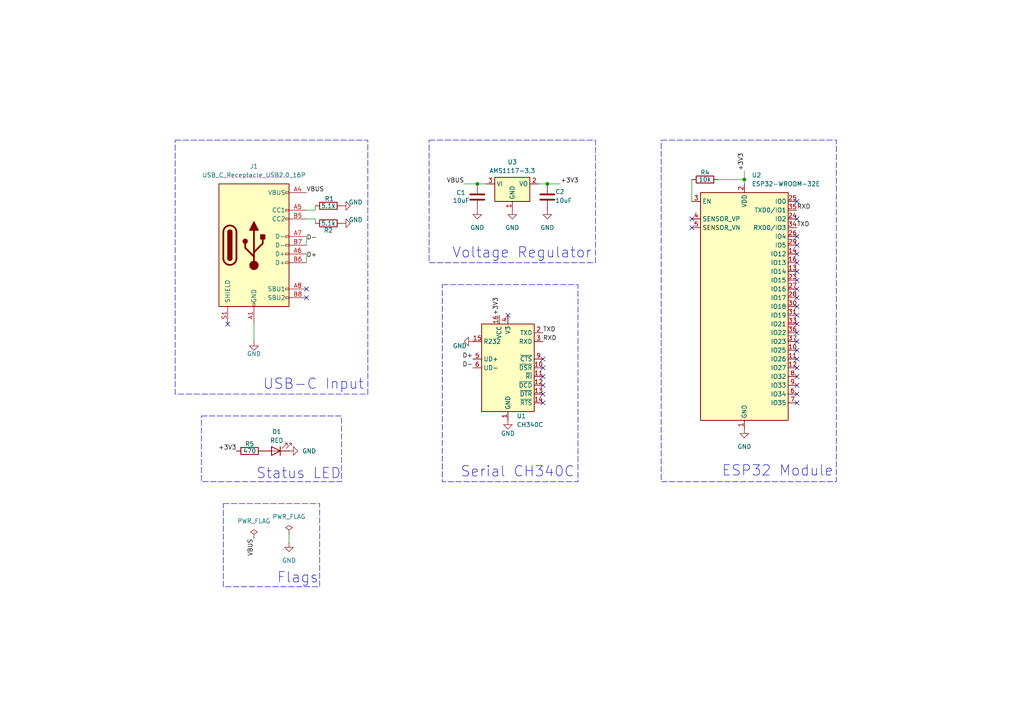
<source format=kicad_sch>
(kicad_sch (version 20250114) (generator "eeschema") (generator_version "9.0")
  (paper "A4")
  (title_block (title "USB to Serial Converter ") (date "2025-07-28") (rev "1.0") (company "Mauro Ferreira") (comment 1 "ESP32 + CH340C USB-UART ") (comment 2 "Regulated from USB-C to 3.3V with AMS1117 "))
  (lib_symbols
    (symbol "Connector:USB_C_Receptacle_USB2.0_16P" (pin_names (offset 1.016))
      (property "Reference" "J" (at 0 22.225 0))
      (property "Value" "USB_C_Receptacle_USB2.0_16P" (at 0 19.685 0))
      (symbol "USB_C_Receptacle_USB2.0_16P_0_0"
        (rectangle (start -0.254 -17.78) (end 0.254 -16.764))
        (rectangle (start 10.16 15.494) (end 9.144 14.986))
        (rectangle (start 10.16 10.414) (end 9.144 9.906))
        (rectangle (start 10.16 7.874) (end 9.144 7.366))
        (rectangle (start 10.16 2.794) (end 9.144 2.286))
        (rectangle (start 10.16 0.254) (end 9.144 -0.254))
        (rectangle (start 10.16 -2.286) (end 9.144 -2.794))
        (rectangle (start 10.16 -4.826) (end 9.144 -5.334))
        (rectangle (start 10.16 -12.446) (end 9.144 -12.954))
        (rectangle (start 10.16 -14.986) (end 9.144 -15.494))
      )
      (symbol "USB_C_Receptacle_USB2.0_16P_0_1"
        (rectangle (start -10.16 17.78) (end 10.16 -17.78) (stroke (width 0.254)) (fill (type background)))
        (polyline (pts (xy -8.89 -3.81) (xy -8.89 3.81)) (stroke (width 0.508)))
        (rectangle (start -7.62 -3.81) (end -6.35 3.81) (stroke (width 0.254)) (fill (type outline)))
        (arc (start -7.62 3.81) (mid -6.985 4.4423) (end -6.35 3.81) (stroke (width 0.254)))
        (arc (start -7.62 3.81) (mid -6.985 4.4423) (end -6.35 3.81) (stroke (width 0.254)) (fill (type outline)))
        (arc (start -8.89 3.81) (mid -6.985 5.7067) (end -5.08 3.81) (stroke (width 0.508)))
        (arc (start -5.08 -3.81) (mid -6.985 -5.7067) (end -8.89 -3.81) (stroke (width 0.508)))
        (arc (start -6.35 -3.81) (mid -6.985 -4.4423) (end -7.62 -3.81) (stroke (width 0.254)))
        (arc (start -6.35 -3.81) (mid -6.985 -4.4423) (end -7.62 -3.81) (stroke (width 0.254)) (fill (type outline)))
        (polyline (pts (xy -5.08 3.81) (xy -5.08 -3.81)) (stroke (width 0.508)))
        (circle (center -2.54 1.143) (radius 0.635) (stroke (width 0.254)) (fill (type outline)))
        (polyline (pts (xy -1.27 4.318) (xy 0 6.858) (xy 1.27 4.318) (xy -1.27 4.318)) (stroke (width 0.254)) (fill (type outline)))
        (polyline (pts (xy 0 -2.032) (xy 2.54 0.508) (xy 2.54 1.778)) (stroke (width 0.508)))
        (polyline (pts (xy 0 -3.302) (xy -2.54 -0.762) (xy -2.54 0.508)) (stroke (width 0.508)))
        (polyline (pts (xy 0 -5.842) (xy 0 4.318)) (stroke (width 0.508)))
        (circle (center 0 -5.842) (radius 1.27) (fill (type outline)))
        (rectangle (start 1.905 1.778) (end 3.175 3.048) (stroke (width 0.254)) (fill (type outline)))
      )
      (symbol "USB_C_Receptacle_USB2.0_16P_1_1"
        (pin passive line (at -7.62 -22.86 90) (length 5.08) (name "SHIELD") (number "S1"))
        (pin passive line (at 0 -22.86 90) (length 5.08) (name "GND") (number "A1"))
        (pin passive line (at 0 -22.86 90) (length 5.08) (hide yes) (name "GND") (number "A12"))
        (pin passive line (at 0 -22.86 90) (length 5.08) (hide yes) (name "GND") (number "B1"))
        (pin passive line (at 0 -22.86 90) (length 5.08) (hide yes) (name "GND") (number "B12"))
        (pin passive line (at 15.24 15.24 180) (length 5.08) (name "VBUS") (number "A4"))
        (pin passive line (at 15.24 15.24 180) (length 5.08) (hide yes) (name "VBUS") (number "A9"))
        (pin passive line (at 15.24 15.24 180) (length 5.08) (hide yes) (name "VBUS") (number "B4"))
        (pin passive line (at 15.24 15.24 180) (length 5.08) (hide yes) (name "VBUS") (number "B9"))
        (pin bidirectional line (at 15.24 10.16 180) (length 5.08) (name "CC1") (number "A5"))
        (pin bidirectional line (at 15.24 7.62 180) (length 5.08) (name "CC2") (number "B5"))
        (pin bidirectional line (at 15.24 2.54 180) (length 5.08) (name "D-") (number "A7"))
        (pin bidirectional line (at 15.24 0 180) (length 5.08) (name "D-") (number "B7"))
        (pin bidirectional line (at 15.24 -2.54 180) (length 5.08) (name "D+") (number "A6"))
        (pin bidirectional line (at 15.24 -5.08 180) (length 5.08) (name "D+") (number "B6"))
        (pin bidirectional line (at 15.24 -12.7 180) (length 5.08) (name "SBU1") (number "A8"))
        (pin bidirectional line (at 15.24 -15.24 180) (length 5.08) (name "SBU2") (number "B8"))
      )
    )
    (symbol "Device:C" (pin_numbers (hide yes)) (pin_names (offset 0.254))
      (property "Reference" "C" (at 0.635 2.54 0))
      (property "Value" "C" (at 0.635 -2.54 0))
      (symbol "C_0_1"
        (polyline (pts (xy -2.032 0.762) (xy 2.032 0.762)) (stroke (width 0.508)))
        (polyline (pts (xy -2.032 -0.762) (xy 2.032 -0.762)) (stroke (width 0.508)))
      )
      (symbol "C_1_1"
        (pin passive line (at 0 3.81 270) (length 2.794) (name "~") (number "1"))
        (pin passive line (at 0 -3.81 90) (length 2.794) (name "~") (number "2"))
      )
    )
    (symbol "Device:LED" (pin_numbers (hide yes)) (pin_names (offset 1.016) (hide yes))
      (property "Reference" "D" (at 0 2.54 0))
      (property "Value" "LED" (at 0 -2.54 0))
      (symbol "LED_0_1"
        (polyline (pts (xy -3.048 -0.762) (xy -4.572 -2.286) (xy -3.81 -2.286) (xy -4.572 -2.286) (xy -4.572 -1.524)))
        (polyline (pts (xy -1.778 -0.762) (xy -3.302 -2.286) (xy -2.54 -2.286) (xy -3.302 -2.286) (xy -3.302 -1.524)))
        (polyline (pts (xy -1.27 0) (xy 1.27 0)))
        (polyline (pts (xy -1.27 -1.27) (xy -1.27 1.27)) (stroke (width 0.254)))
        (polyline (pts (xy 1.27 -1.27) (xy 1.27 1.27) (xy -1.27 0) (xy 1.27 -1.27)) (stroke (width 0.254)))
      )
      (symbol "LED_1_1"
        (pin passive line (at -3.81 0 0) (length 2.54) (name "K") (number "1"))
        (pin passive line (at 3.81 0 180) (length 2.54) (name "A") (number "2"))
      )
    )
    (symbol "Device:R" (pin_numbers (hide yes)) (pin_names (offset 0))
      (property "Reference" "R" (at 2.032 0 90))
      (property "Value" "R" (at 0 0 90))
      (symbol "R_0_1"
        (rectangle (start -1.016 -2.54) (end 1.016 2.54) (stroke (width 0.254)))
      )
      (symbol "R_1_1"
        (pin passive line (at 0 3.81 270) (length 1.27) (name "~") (number "1"))
        (pin passive line (at 0 -3.81 90) (length 1.27) (name "~") (number "2"))
      )
    )
    (symbol "Interface_USB:CH340C"
      (property "Reference" "U" (at -5.08 13.97 0))
      (property "Value" "CH340C" (at 1.27 13.97 0))
      (symbol "CH340C_0_1"
        (rectangle (start -7.62 12.7) (end 7.62 -12.7) (stroke (width 0.254)) (fill (type background)))
      )
      (symbol "CH340C_1_1"
        (pin input line (at -10.16 7.62 0) (length 2.54) (name "R232") (number "15"))
        (pin bidirectional line (at -10.16 2.54 0) (length 2.54) (name "UD+") (number "5"))
        (pin bidirectional line (at -10.16 0 0) (length 2.54) (name "UD-") (number "6"))
        (pin no_connect line (at -7.62 -5.08 0) (length 2.54) (hide yes) (name "NC") (number "7"))
        (pin no_connect line (at -7.62 -7.62 0) (length 2.54) (hide yes) (name "NC") (number "8"))
        (pin power_in line (at -2.54 15.24 270) (length 2.54) (name "VCC") (number "16"))
        (pin power_out line (at 0 15.24 270) (length 2.54) (name "V3") (number "4"))
        (pin power_in line (at 0 -15.24 90) (length 2.54) (name "GND") (number "1"))
        (pin output line (at 10.16 10.16 180) (length 2.54) (name "TXD") (number "2"))
        (pin input line (at 10.16 7.62 180) (length 2.54) (name "RXD") (number "3"))
        (pin input line (at 10.16 2.54 180) (length 2.54) (name "~{CTS}") (number "9"))
        (pin input line (at 10.16 0 180) (length 2.54) (name "~{DSR}") (number "10"))
        (pin input line (at 10.16 -2.54 180) (length 2.54) (name "~{RI}") (number "11"))
        (pin input line (at 10.16 -5.08 180) (length 2.54) (name "~{DCD}") (number "12"))
        (pin output line (at 10.16 -7.62 180) (length 2.54) (name "~{DTR}") (number "13"))
        (pin output line (at 10.16 -10.16 180) (length 2.54) (name "~{RTS}") (number "14"))
      )
    )
    (symbol "RF_Module:ESP32-WROOM-32E"
      (property "Reference" "U" (at -12.7 34.29 0))
      (property "Value" "ESP32-WROOM-32E" (at 1.27 34.29 0))
      (symbol "ESP32-WROOM-32E_0_1"
        (rectangle (start -12.7 33.02) (end 12.7 -33.02) (stroke (width 0.254)) (fill (type background)))
      )
      (symbol "ESP32-WROOM-32E_1_1"
        (pin input line (at -15.24 30.48 0) (length 2.54) (name "EN") (number "3"))
        (pin input line (at -15.24 25.4 0) (length 2.54) (name "SENSOR_VP") (number "4"))
        (pin input line (at -15.24 22.86 0) (length 2.54) (name "SENSOR_VN") (number "5"))
        (pin no_connect line (at -12.7 0 0) (length 2.54) (hide yes) (name "NC") (number "21"))
        (pin no_connect line (at -12.7 -2.54 0) (length 2.54) (hide yes) (name "NC") (number "22"))
        (pin no_connect line (at -12.7 -5.08 0) (length 2.54) (hide yes) (name "NC") (number "17"))
        (pin no_connect line (at -12.7 -7.62 0) (length 2.54) (hide yes) (name "NC") (number "18"))
        (pin no_connect line (at -12.7 -10.16 0) (length 2.54) (hide yes) (name "NC") (number "20"))
        (pin no_connect line (at -12.7 -12.7 0) (length 2.54) (hide yes) (name "NC") (number "19"))
        (pin no_connect line (at -12.7 -27.94 0) (length 2.54) (hide yes) (name "NC") (number "32"))
        (pin power_in line (at 0 35.56 270) (length 2.54) (name "VDD") (number "2"))
        (pin power_in line (at 0 -35.56 90) (length 2.54) (name "GND") (number "1"))
        (pin passive line (at 0 -35.56 90) (length 2.54) (hide yes) (name "GND") (number "15"))
        (pin passive line (at 0 -35.56 90) (length 2.54) (hide yes) (name "GND") (number "38"))
        (pin passive line (at 0 -35.56 90) (length 2.54) (hide yes) (name "GND") (number "39"))
        (pin bidirectional line (at 15.24 30.48 180) (length 2.54) (name "IO0") (number "25"))
        (pin bidirectional line (at 15.24 27.94 180) (length 2.54) (name "TXD0/IO1") (number "35"))
        (pin bidirectional line (at 15.24 25.4 180) (length 2.54) (name "IO2") (number "24"))
        (pin bidirectional line (at 15.24 22.86 180) (length 2.54) (name "RXD0/IO3") (number "34"))
        (pin bidirectional line (at 15.24 20.32 180) (length 2.54) (name "IO4") (number "26"))
        (pin bidirectional line (at 15.24 17.78 180) (length 2.54) (name "IO5") (number "29"))
        (pin bidirectional line (at 15.24 15.24 180) (length 2.54) (name "IO12") (number "14"))
        (pin bidirectional line (at 15.24 12.7 180) (length 2.54) (name "IO13") (number "16"))
        (pin bidirectional line (at 15.24 10.16 180) (length 2.54) (name "IO14") (number "13"))
        (pin bidirectional line (at 15.24 7.62 180) (length 2.54) (name "IO15") (number "23"))
        (pin bidirectional line (at 15.24 5.08 180) (length 2.54) (name "IO16") (number "27"))
        (pin bidirectional line (at 15.24 2.54 180) (length 2.54) (name "IO17") (number "28"))
        (pin bidirectional line (at 15.24 0 180) (length 2.54) (name "IO18") (number "30"))
        (pin bidirectional line (at 15.24 -2.54 180) (length 2.54) (name "IO19") (number "31"))
        (pin bidirectional line (at 15.24 -5.08 180) (length 2.54) (name "IO21") (number "33"))
        (pin bidirectional line (at 15.24 -7.62 180) (length 2.54) (name "IO22") (number "36"))
        (pin bidirectional line (at 15.24 -10.16 180) (length 2.54) (name "IO23") (number "37"))
        (pin bidirectional line (at 15.24 -12.7 180) (length 2.54) (name "IO25") (number "10"))
        (pin bidirectional line (at 15.24 -15.24 180) (length 2.54) (name "IO26") (number "11"))
        (pin bidirectional line (at 15.24 -17.78 180) (length 2.54) (name "IO27") (number "12"))
        (pin bidirectional line (at 15.24 -20.32 180) (length 2.54) (name "IO32") (number "8"))
        (pin bidirectional line (at 15.24 -22.86 180) (length 2.54) (name "IO33") (number "9"))
        (pin input line (at 15.24 -25.4 180) (length 2.54) (name "IO34") (number "6"))
        (pin input line (at 15.24 -27.94 180) (length 2.54) (name "IO35") (number "7"))
      )
    )
    (symbol "Regulator_Linear:AMS1117-3.3"
      (property "Reference" "U" (at -3.81 3.175 0))
      (property "Value" "AMS1117-3.3" (at 0 3.175 0))
      (symbol "AMS1117-3.3_0_1"
        (rectangle (start -5.08 -5.08) (end 5.08 1.905) (stroke (width 0.254)) (fill (type background)))
      )
      (symbol "AMS1117-3.3_1_1"
        (pin power_in line (at -7.62 0 0) (length 2.54) (name "VI") (number "3"))
        (pin power_in line (at 0 -7.62 90) (length 2.54) (name "GND") (number "1"))
        (pin power_out line (at 7.62 0 180) (length 2.54) (name "VO") (number "2"))
      )
    )
    (symbol "power:GND" (power) (pin_numbers (hide yes)) (pin_names (offset 0) (hide yes))
      (property "Value" "GND" (at 0 -3.81 0))
      (symbol "GND_0_1"
        (polyline (pts (xy 0 0) (xy 0 -1.27) (xy 1.27 -1.27) (xy 0 -2.54) (xy -1.27 -1.27) (xy 0 -1.27)))
      )
      (symbol "GND_1_1"
        (pin power_in line (at 0 0 270) (length 0) (name "~") (number "1"))
      )
    )
    (symbol "power:PWR_FLAG" (power) (pin_numbers (hide yes)) (pin_names (offset 0) (hide yes))
      (property "Value" "PWR_FLAG" (at 0 3.81 0))
      (symbol "PWR_FLAG_0_0"
        (pin power_out line (at 0 0 90) (length 0) (name "~") (number "1"))
      )
      (symbol "PWR_FLAG_0_1"
        (polyline (pts (xy 0 0) (xy 0 1.27) (xy -1.016 1.905) (xy 0 2.54) (xy 1.016 1.905) (xy 0 1.27)))
      )
    )
  )
  (rectangle (start 191.77 40.64) (end 242.57 139.7) (stroke (width 0) (type dash)))
  (rectangle (start 128.27 82.55) (end 167.64 139.7) (stroke (width 0) (type dash)))
  (rectangle (start 64.77 146.05) (end 92.71 170.18) (stroke (width 0) (type dash)))
  (rectangle (start 58.42 120.65) (end 99.06 139.7) (stroke (width 0) (type dash)))
  (rectangle (start 124.46 40.64) (end 172.72 76.2) (stroke (width 0) (type dash)))
  (rectangle (start 50.8 40.64) (end 106.68 114.3) (stroke (width 0) (type dash)))
  (text "Status LED" (at 86.614 137.414 0) (effects (font (size 3 3))))
  (text "USB-C Input" (at 90.932 111.506 0) (effects (font (size 3 3))))
  (text "Flags" (at 86.36 167.64 0) (effects (font (size 3 3))))
  (text "ESP32 Module" (at 225.552 136.652 0) (effects (font (size 3 3))))
  (text "Serial CH340C" (at 150.114 136.906 0) (effects (font (size 3 3))))
  (text "Voltage Regulator" (at 151.384 73.406 0) (effects (font (size 3 3))))
  (junction (at 138.43 53.34))
  (junction (at 158.75 53.34))
  (junction (at 215.9 52.07))
  (no_connect (at 147.32 91.44))
  (no_connect (at 231.14 99.06))
  (no_connect (at 231.14 111.76))
  (no_connect (at 88.9 83.82))
  (no_connect (at 157.48 116.84))
  (no_connect (at 231.14 109.22))
  (no_connect (at 231.14 71.12))
  (no_connect (at 231.14 63.5))
  (no_connect (at 231.14 104.14))
  (no_connect (at 200.66 66.04))
  (no_connect (at 231.14 88.9))
  (no_connect (at 66.04 93.98))
  (no_connect (at 231.14 73.66))
  (no_connect (at 157.48 111.76))
  (no_connect (at 157.48 104.14))
  (no_connect (at 157.48 109.22))
  (no_connect (at 231.14 78.74))
  (no_connect (at 231.14 81.28))
  (no_connect (at 231.14 116.84))
  (no_connect (at 231.14 68.58))
  (no_connect (at 231.14 114.3))
  (no_connect (at 231.14 91.44))
  (no_connect (at 231.14 58.42))
  (no_connect (at 231.14 76.2))
  (no_connect (at 231.14 83.82))
  (no_connect (at 231.14 101.6))
  (no_connect (at 231.14 93.98))
  (no_connect (at 200.66 63.5))
  (no_connect (at 157.48 114.3))
  (no_connect (at 157.48 106.68))
  (no_connect (at 231.14 86.36))
  (no_connect (at 231.14 96.52))
  (no_connect (at 231.14 106.68))
  (no_connect (at 88.9 86.36))
  (wire (pts (xy 156.21 53.34) (xy 158.75 53.34)))
  (wire (pts (xy 91.44 63.5) (xy 91.44 64.77)))
  (wire (pts (xy 215.9 49.53) (xy 215.9 52.07)))
  (wire (pts (xy 158.75 53.34) (xy 162.56 53.34)))
  (wire (pts (xy 73.66 93.98) (xy 73.66 99.06)))
  (wire (pts (xy 208.28 52.07) (xy 215.9 52.07)))
  (wire (pts (xy 138.43 53.34) (xy 140.97 53.34)))
  (wire (pts (xy 134.62 53.34) (xy 138.43 53.34)))
  (wire (pts (xy 200.66 52.07) (xy 200.66 58.42)))
  (wire (pts (xy 88.9 68.58) (xy 88.9 71.12)))
  (wire (pts (xy 91.44 60.96) (xy 91.44 59.69)))
  (wire (pts (xy 88.9 63.5) (xy 91.44 63.5)))
  (wire (pts (xy 215.9 52.07) (xy 215.9 53.34)))
  (wire (pts (xy 83.82 154.94) (xy 83.82 157.48)))
  (wire (pts (xy 88.9 73.66) (xy 88.9 76.2)))
  (wire (pts (xy 88.9 60.96) (xy 91.44 60.96)))
  (label "+3V3" (at 162.56 53.34 0))
  (label "D-" (at 137.16 106.68 180))
  (label "VBUS" (at 88.9 55.88 0))
  (label "+3V3" (at 215.9 49.53 90))
  (label "+3V3" (at 144.78 91.44 90))
  (label "D-" (at 88.9 69.85 0))
  (label "D+" (at 88.9 74.93 0))
  (label "VBUS" (at 73.66 156.21 270))
  (label "VBUS" (at 134.62 53.34 180))
  (label "D+" (at 137.16 104.14 180))
  (label "RXD" (at 157.48 99.06 0))
  (label "RXD" (at 231.14 60.96 0))
  (label "TXD" (at 157.48 96.52 0))
  (label "+3V3" (at 68.58 130.81 180))
  (label "TXD" (at 231.14 66.04 0))
  (symbol (lib_id "power:PWR_FLAG") (at 73.66 156.21 0) (unit 1)
    (property "Reference" "#FLG02" (effects (hide yes)))
    (property "Value" "PWR_FLAG" (at 73.66 151.13 0))
    (property "Description" "Special symbol for telling ERC where power comes from" (effects (hide yes)))
  )
  (symbol (lib_id "Device:C") (at 158.75 57.15 0) (unit 1)
    (property "Reference" "C2" (at 161.036 55.626 0) (effects (justify left)))
    (property "Value" "10uF" (at 161.036 58.166 0) (effects (justify left)))
    (property "Footprint" "Capacitor_SMD:C_0603_1608Metric" (effects (hide yes)))
    (property "Description" "Unpolarized capacitor" (effects (hide yes)))
  )
  (symbol (lib_id "power:GND") (at 83.82 157.48 0) (unit 1)
    (property "Reference" "#PWR011" (effects (hide yes)))
    (property "Value" "GND" (at 83.82 162.56 0))
    (property "Description" "Power symbol creates a global label with name \"GND\" , ground" (effects (hide yes)))
  )
  (symbol (lib_id "power:GND") (at 147.32 121.92 0) (unit 1)
    (property "Reference" "#PWR04" (effects (hide yes)))
    (property "Value" "GND" (at 147.32 125.73 0))
    (property "Description" "Power symbol creates a global label with name \"GND\" , ground" (effects (hide yes)))
  )
  (symbol (lib_id "power:PWR_FLAG") (at 83.82 154.94 0) (unit 1)
    (property "Reference" "#FLG01" (effects (hide yes)))
    (property "Value" "PWR_FLAG" (at 83.82 149.86 0))
    (property "Description" "Special symbol for telling ERC where power comes from" (effects (hide yes)))
  )
  (symbol (lib_id "Device:LED") (at 80.01 130.81 180) (unit 1)
    (property "Reference" "D1" (at 80.264 125.222 0))
    (property "Value" "RED" (at 80.264 127.762 0))
    (property "Footprint" "LED_SMD:LED_0603_1608Metric" (effects (hide yes)))
    (property "Description" "Light emitting diode" (effects (hide yes)))
    (property "Sim.Pins" "1=K 2=A" (effects (hide yes)))
  )
  (symbol (lib_id "power:GND") (at 137.16 99.06 270) (unit 1)
    (property "Reference" "#PWR05" (effects (hide yes)))
    (property "Value" "GND" (at 135.382 100.33 90) (effects (justify right)))
    (property "Description" "Power symbol creates a global label with name \"GND\" , ground" (effects (hide yes)))
  )
  (symbol (lib_id "power:GND") (at 99.06 64.77 90) (unit 1)
    (property "Reference" "#PWR03" (effects (hide yes)))
    (property "Value" "GND" (at 101.092 63.754 90) (effects (justify right)))
    (property "Description" "Power symbol creates a global label with name \"GND\" , ground" (effects (hide yes)))
  )
  (symbol (lib_id "RF_Module:ESP32-WROOM-32E") (at 215.9 88.9 0) (unit 1)
    (property "Reference" "U2" (at 218.0433 50.8 0) (effects (justify left)))
    (property "Value" "ESP32-WROOM-32E" (at 218.0433 53.34 0) (effects (justify left)))
    (property "Footprint" "RF_Module:ESP32-WROOM-32E" (effects (hide yes)))
    (property "Datasheet" "https://www.espressif.com/sites/default/files/documentation/esp32-wroom-32e_esp32-wroom-32ue_datasheet_en.pdf" (effects (hide yes)))
    (property "Description" "RF Module, ESP32-D0WD-V3 SoC, without PSRAM, Wi-Fi 802.11b/g/n, Bluetooth, BLE, 32-bit, 2.7-3.6V, onboard antenna, SMD" (effects (hide yes)))
  )
  (symbol (lib_id "power:GND") (at 138.43 60.96 0) (unit 1)
    (property "Reference" "#PWR08" (effects (hide yes)))
    (property "Value" "GND" (at 138.43 66.04 0))
    (property "Description" "Power symbol creates a global label with name \"GND\" , ground" (effects (hide yes)))
  )
  (symbol (lib_id "Regulator_Linear:AMS1117-3.3") (at 148.59 53.34 0) (unit 1)
    (property "Reference" "U3" (at 148.59 46.99 0))
    (property "Value" "AMS1117-3.3" (at 148.59 49.53 0))
    (property "Footprint" "Package_TO_SOT_SMD:SOT-223-3_TabPin2" (effects (hide yes)))
    (property "Datasheet" "http://www.advanced-monolithic.com/pdf/ds1117.pdf" (effects (hide yes)))
    (property "Description" "1A Low Dropout regulator, positive, 3.3V fixed output, SOT-223" (effects (hide yes)))
  )
  (symbol (lib_id "power:GND") (at 99.06 59.69 90) (unit 1)
    (property "Reference" "#PWR02" (effects (hide yes)))
    (property "Value" "GND" (at 101.092 58.674 90) (effects (justify right)))
    (property "Description" "Power symbol creates a global label with name \"GND\" , ground" (effects (hide yes)))
  )
  (symbol (lib_id "Connector:USB_C_Receptacle_USB2.0_16P") (at 73.66 71.12 0) (unit 1)
    (property "Reference" "J1" (at 73.66 48.26 0))
    (property "Value" "USB_C_Receptacle_USB2.0_16P" (at 73.66 50.8 0))
    (property "Footprint" "Connector_USB:USB_C_Receptacle_GCT_USB4105-xx-A_16P_TopMnt_Horizontal" (effects (hide yes)))
    (property "Datasheet" "https://www.usb.org/sites/default/files/documents/usb_type-c.zip" (effects (hide yes)))
    (property "Description" "USB 2.0-only 16P Type-C Receptacle connector" (effects (hide yes)))
  )
  (symbol (lib_id "power:GND") (at 158.75 60.96 0) (unit 1)
    (property "Reference" "#PWR07" (effects (hide yes)))
    (property "Value" "GND" (at 158.75 66.04 0))
    (property "Description" "Power symbol creates a global label with name \"GND\" , ground" (effects (hide yes)))
  )
  (symbol (lib_id "Device:R") (at 95.25 59.69 90) (unit 1)
    (property "Reference" "R1" (at 95.504 57.658 90))
    (property "Value" "5.1k" (at 95.25 59.69 90))
    (property "Footprint" "Resistor_SMD:R_0603_1608Metric" (effects (hide yes)))
    (property "Description" "Resistor" (effects (hide yes)))
  )
  (symbol (lib_id "power:GND") (at 83.82 130.81 90) (unit 1)
    (property "Reference" "#PWR010" (effects (hide yes)))
    (property "Value" "GND" (at 87.63 130.8099 90) (effects (justify right)))
    (property "Description" "Power symbol creates a global label with name \"GND\" , ground" (effects (hide yes)))
  )
  (symbol (lib_id "power:GND") (at 215.9 124.46 0) (unit 1)
    (property "Reference" "#PWR06" (effects (hide yes)))
    (property "Value" "GND" (at 215.9 129.54 0))
    (property "Description" "Power symbol creates a global label with name \"GND\" , ground" (effects (hide yes)))
  )
  (symbol (lib_id "Interface_USB:CH340C") (at 147.32 106.68 0) (unit 1)
    (property "Reference" "U1" (at 149.86 120.65 0) (effects (justify left)))
    (property "Value" "CH340C" (at 149.86 123.19 0) (effects (justify left)))
    (property "Footprint" "Package_SO:SOIC-16_3.9x9.9mm_P1.27mm" (effects (hide yes)))
    (property "Datasheet" "https://datasheet.lcsc.com/szlcsc/Jiangsu-Qin-Heng-CH340C_C84681.pdf" (effects (hide yes)))
    (property "Description" "USB serial converter, crystal-less, UART, SOIC-16" (effects (hide yes)))
  )
  (symbol (lib_id "Device:C") (at 138.43 57.15 0) (unit 1)
    (property "Reference" "C1" (at 132.334 55.88 0) (effects (justify left)))
    (property "Value" "10uF" (at 131.318 58.166 0) (effects (justify left)))
    (property "Footprint" "Capacitor_SMD:C_0603_1608Metric" (effects (hide yes)))
    (property "Description" "Unpolarized capacitor" (effects (hide yes)))
  )
  (symbol (lib_id "Device:R") (at 95.25 64.77 90) (unit 1)
    (property "Reference" "R2" (at 95.25 66.802 90))
    (property "Value" "5.1k" (at 95.25 64.77 90))
    (property "Footprint" "Resistor_SMD:R_0603_1608Metric" (effects (hide yes)))
    (property "Description" "Resistor" (effects (hide yes)))
  )
  (symbol (lib_id "power:GND") (at 148.59 60.96 0) (unit 1)
    (property "Reference" "#PWR09" (effects (hide yes)))
    (property "Value" "GND" (at 148.59 66.04 0))
    (property "Description" "Power symbol creates a global label with name \"GND\" , ground" (effects (hide yes)))
  )
  (symbol (lib_id "Device:R") (at 204.47 52.07 90) (unit 1)
    (property "Reference" "R4" (at 204.47 50.038 90))
    (property "Value" "10k" (at 204.47 52.07 90))
    (property "Footprint" "Resistor_SMD:R_0603_1608Metric" (effects (hide yes)))
    (property "Description" "Resistor" (effects (hide yes)))
  )
  (symbol (lib_id "power:GND") (at 73.66 99.06 0) (unit 1)
    (property "Reference" "#PWR01" (effects (hide yes)))
    (property "Value" "GND" (at 73.66 102.616 0))
    (property "Description" "Power symbol creates a global label with name \"GND\" , ground" (effects (hide yes)))
  )
  (symbol (lib_id "Device:R") (at 72.39 130.81 90) (unit 1)
    (property "Reference" "R5" (at 72.39 128.778 90))
    (property "Value" "470" (at 72.39 130.81 90))
    (property "Footprint" "Resistor_SMD:R_0603_1608Metric" (effects (hide yes)))
    (property "Description" "Resistor" (effects (hide yes)))
  )
)
</source>
